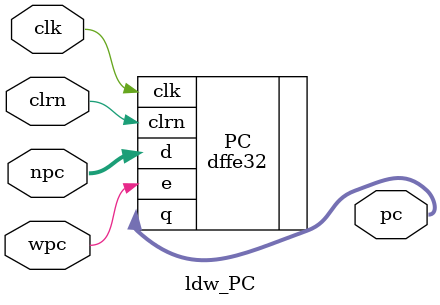
<source format=v>
module ldw_PC(npc, wpc, clk, clrn, pc);
	input [31:0] npc;
	input wpc, clk, clrn;
	output [31:0] pc;
	
	dffe32 PC(.d(npc), .clk(clk), .clrn(clrn), .e(wpc), .q(pc));
	
endmodule 
</source>
